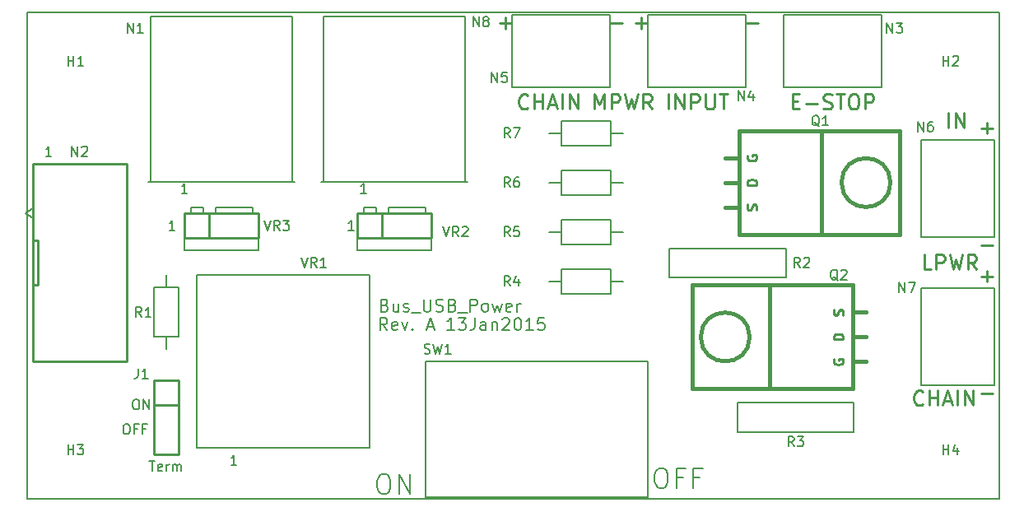
<source format=gto>
%FSLAX36Y36*%
G04 Gerber Fmt 3.6, Leading zero omitted, Abs format (unit inch)*
G04 Created by KiCad (PCBNEW (2014-jul-16 BZR unknown)-product) date Tue 13 Jan 2015 03:42:58 PM PST*
%MOIN*%
G01*
G04 APERTURE LIST*
%ADD10C,0.003937*%
%ADD11C,0.008000*%
%ADD12C,0.010000*%
%ADD13C,0.005906*%
%ADD14C,0.015000*%
%ADD15C,0.009850*%
%ADD16C,0.009900*%
%ADD17C,0.006000*%
G04 APERTURE END LIST*
D10*
D11*
X5261429Y-4818095D02*
X5238571Y-4818095D01*
X5250000Y-4818095D02*
X5250000Y-4778095D01*
X5246191Y-4783810D01*
X5242381Y-4787619D01*
X5238571Y-4789524D01*
X5311429Y-4668095D02*
X5288571Y-4668095D01*
X5300000Y-4668095D02*
X5300000Y-4628095D01*
X5296191Y-4633810D01*
X5292381Y-4637619D01*
X5288571Y-4639524D01*
X4586429Y-4668095D02*
X4563571Y-4668095D01*
X4575000Y-4668095D02*
X4575000Y-4628095D01*
X4571191Y-4633810D01*
X4567381Y-4637619D01*
X4563571Y-4639524D01*
X4536429Y-4818095D02*
X4513571Y-4818095D01*
X4525000Y-4818095D02*
X4525000Y-4778095D01*
X4521191Y-4783810D01*
X4517381Y-4787619D01*
X4513571Y-4789524D01*
X4786429Y-5768095D02*
X4763571Y-5768095D01*
X4775000Y-5768095D02*
X4775000Y-5728095D01*
X4771191Y-5733810D01*
X4767381Y-5737619D01*
X4763571Y-5739524D01*
X4036429Y-4518095D02*
X4013571Y-4518095D01*
X4025000Y-4518095D02*
X4025000Y-4478095D01*
X4021191Y-4483810D01*
X4017381Y-4487619D01*
X4013571Y-4489524D01*
X4336905Y-5603095D02*
X4344524Y-5603095D01*
X4348333Y-5605000D01*
X4352143Y-5608810D01*
X4354048Y-5616429D01*
X4354048Y-5629762D01*
X4352143Y-5637381D01*
X4348333Y-5641190D01*
X4344524Y-5643095D01*
X4336905Y-5643095D01*
X4333095Y-5641190D01*
X4329286Y-5637381D01*
X4327381Y-5629762D01*
X4327381Y-5616429D01*
X4329286Y-5608810D01*
X4333095Y-5605000D01*
X4336905Y-5603095D01*
X4384524Y-5622143D02*
X4371191Y-5622143D01*
X4371191Y-5643095D02*
X4371191Y-5603095D01*
X4390238Y-5603095D01*
X4418810Y-5622143D02*
X4405476Y-5622143D01*
X4405476Y-5643095D02*
X4405476Y-5603095D01*
X4424524Y-5603095D01*
D12*
X7847857Y-5479286D02*
X7802143Y-5479286D01*
X7847857Y-5004286D02*
X7802143Y-5004286D01*
X7825000Y-5027143D02*
X7825000Y-4981429D01*
X7847857Y-4404286D02*
X7802143Y-4404286D01*
X7825000Y-4427143D02*
X7825000Y-4381429D01*
X7565714Y-5521429D02*
X7562857Y-5524286D01*
X7554286Y-5527143D01*
X7548571Y-5527143D01*
X7540000Y-5524286D01*
X7534286Y-5518571D01*
X7531429Y-5512857D01*
X7528571Y-5501429D01*
X7528571Y-5492857D01*
X7531429Y-5481429D01*
X7534286Y-5475714D01*
X7540000Y-5470000D01*
X7548571Y-5467143D01*
X7554286Y-5467143D01*
X7562857Y-5470000D01*
X7565714Y-5472857D01*
X7591429Y-5527143D02*
X7591429Y-5467143D01*
X7591429Y-5495714D02*
X7625714Y-5495714D01*
X7625714Y-5527143D02*
X7625714Y-5467143D01*
X7651429Y-5510000D02*
X7680000Y-5510000D01*
X7645714Y-5527143D02*
X7665714Y-5467143D01*
X7685714Y-5527143D01*
X7705714Y-5527143D02*
X7705714Y-5467143D01*
X7734286Y-5527143D02*
X7734286Y-5467143D01*
X7768571Y-5527143D01*
X7768571Y-5467143D01*
X7668571Y-4402143D02*
X7668571Y-4342143D01*
X7697143Y-4402143D02*
X7697143Y-4342143D01*
X7731429Y-4402143D01*
X7731429Y-4342143D01*
X5965714Y-4321429D02*
X5962857Y-4324286D01*
X5954286Y-4327143D01*
X5948571Y-4327143D01*
X5940000Y-4324286D01*
X5934286Y-4318571D01*
X5931429Y-4312857D01*
X5928571Y-4301429D01*
X5928571Y-4292857D01*
X5931429Y-4281429D01*
X5934286Y-4275714D01*
X5940000Y-4270000D01*
X5948571Y-4267143D01*
X5954286Y-4267143D01*
X5962857Y-4270000D01*
X5965714Y-4272857D01*
X5991429Y-4327143D02*
X5991429Y-4267143D01*
X5991429Y-4295714D02*
X6025714Y-4295714D01*
X6025714Y-4327143D02*
X6025714Y-4267143D01*
X6051429Y-4310000D02*
X6080000Y-4310000D01*
X6045714Y-4327143D02*
X6065714Y-4267143D01*
X6085714Y-4327143D01*
X6105714Y-4327143D02*
X6105714Y-4267143D01*
X6134286Y-4327143D02*
X6134286Y-4267143D01*
X6168571Y-4327143D01*
X6168571Y-4267143D01*
X6534286Y-4327143D02*
X6534286Y-4267143D01*
X6562857Y-4327143D02*
X6562857Y-4267143D01*
X6597143Y-4327143D01*
X6597143Y-4267143D01*
X6625714Y-4327143D02*
X6625714Y-4267143D01*
X6648571Y-4267143D01*
X6654286Y-4270000D01*
X6657143Y-4272857D01*
X6660000Y-4278571D01*
X6660000Y-4287143D01*
X6657143Y-4292857D01*
X6654286Y-4295714D01*
X6648571Y-4298571D01*
X6625714Y-4298571D01*
X6685714Y-4267143D02*
X6685714Y-4315714D01*
X6688571Y-4321429D01*
X6691429Y-4324286D01*
X6697143Y-4327143D01*
X6708571Y-4327143D01*
X6714286Y-4324286D01*
X6717143Y-4321429D01*
X6720000Y-4315714D01*
X6720000Y-4267143D01*
X6740000Y-4267143D02*
X6774286Y-4267143D01*
X6757143Y-4327143D02*
X6757143Y-4267143D01*
D11*
X3937008Y-5905512D02*
X3937008Y-3937008D01*
X7874016Y-5905512D02*
X3937008Y-5905512D01*
X7874016Y-3937008D02*
X7874016Y-5905512D01*
X3937008Y-3937008D02*
X7874016Y-3937008D01*
X4432381Y-5753095D02*
X4455238Y-5753095D01*
X4443810Y-5793095D02*
X4443810Y-5753095D01*
X4483810Y-5791190D02*
X4480000Y-5793095D01*
X4472381Y-5793095D01*
X4468571Y-5791190D01*
X4466667Y-5787381D01*
X4466667Y-5772143D01*
X4468571Y-5768333D01*
X4472381Y-5766429D01*
X4480000Y-5766429D01*
X4483810Y-5768333D01*
X4485714Y-5772143D01*
X4485714Y-5775952D01*
X4466667Y-5779762D01*
X4502857Y-5793095D02*
X4502857Y-5766429D01*
X4502857Y-5774048D02*
X4504762Y-5770238D01*
X4506667Y-5768333D01*
X4510476Y-5766429D01*
X4514286Y-5766429D01*
X4527619Y-5793095D02*
X4527619Y-5766429D01*
X4527619Y-5770238D02*
X4529524Y-5768333D01*
X4533333Y-5766429D01*
X4539048Y-5766429D01*
X4542857Y-5768333D01*
X4544762Y-5772143D01*
X4544762Y-5793095D01*
X4544762Y-5772143D02*
X4546667Y-5768333D01*
X4550476Y-5766429D01*
X4556190Y-5766429D01*
X4560000Y-5768333D01*
X4561905Y-5772143D01*
X4561905Y-5793095D01*
X4375238Y-5503095D02*
X4382857Y-5503095D01*
X4386667Y-5505000D01*
X4390476Y-5508810D01*
X4392381Y-5516429D01*
X4392381Y-5529762D01*
X4390476Y-5537381D01*
X4386667Y-5541190D01*
X4382857Y-5543095D01*
X4375238Y-5543095D01*
X4371429Y-5541190D01*
X4367619Y-5537381D01*
X4365714Y-5529762D01*
X4365714Y-5516429D01*
X4367619Y-5508810D01*
X4371429Y-5505000D01*
X4375238Y-5503095D01*
X4409524Y-5543095D02*
X4409524Y-5503095D01*
X4432381Y-5543095D01*
X4432381Y-5503095D01*
D12*
X6235714Y-4327143D02*
X6235714Y-4267143D01*
X6255714Y-4310000D01*
X6275714Y-4267143D01*
X6275714Y-4327143D01*
X6304286Y-4327143D02*
X6304286Y-4267143D01*
X6327143Y-4267143D01*
X6332857Y-4270000D01*
X6335714Y-4272857D01*
X6338571Y-4278571D01*
X6338571Y-4287143D01*
X6335714Y-4292857D01*
X6332857Y-4295714D01*
X6327143Y-4298571D01*
X6304286Y-4298571D01*
X6358571Y-4267143D02*
X6372857Y-4327143D01*
X6384286Y-4284286D01*
X6395714Y-4327143D01*
X6410000Y-4267143D01*
X6467143Y-4327143D02*
X6447143Y-4298571D01*
X6432857Y-4327143D02*
X6432857Y-4267143D01*
X6455714Y-4267143D01*
X6461429Y-4270000D01*
X6464286Y-4272857D01*
X6467143Y-4278571D01*
X6467143Y-4287143D01*
X6464286Y-4292857D01*
X6461429Y-4295714D01*
X6455714Y-4298571D01*
X6432857Y-4298571D01*
X7599286Y-4977143D02*
X7570714Y-4977143D01*
X7570714Y-4917143D01*
X7619286Y-4977143D02*
X7619286Y-4917143D01*
X7642143Y-4917143D01*
X7647857Y-4920000D01*
X7650714Y-4922857D01*
X7653571Y-4928571D01*
X7653571Y-4937143D01*
X7650714Y-4942857D01*
X7647857Y-4945714D01*
X7642143Y-4948571D01*
X7619286Y-4948571D01*
X7673571Y-4917143D02*
X7687857Y-4977143D01*
X7699286Y-4934286D01*
X7710714Y-4977143D01*
X7725000Y-4917143D01*
X7782143Y-4977143D02*
X7762143Y-4948571D01*
X7747857Y-4977143D02*
X7747857Y-4917143D01*
X7770714Y-4917143D01*
X7776429Y-4920000D01*
X7779286Y-4922857D01*
X7782143Y-4928571D01*
X7782143Y-4937143D01*
X7779286Y-4942857D01*
X7776429Y-4945714D01*
X7770714Y-4948571D01*
X7747857Y-4948571D01*
X7037143Y-4295714D02*
X7057143Y-4295714D01*
X7065714Y-4327143D02*
X7037143Y-4327143D01*
X7037143Y-4267143D01*
X7065714Y-4267143D01*
X7091429Y-4304286D02*
X7137143Y-4304286D01*
X7162857Y-4324286D02*
X7171429Y-4327143D01*
X7185714Y-4327143D01*
X7191429Y-4324286D01*
X7194286Y-4321429D01*
X7197143Y-4315714D01*
X7197143Y-4310000D01*
X7194286Y-4304286D01*
X7191429Y-4301429D01*
X7185714Y-4298571D01*
X7174286Y-4295714D01*
X7168571Y-4292857D01*
X7165714Y-4290000D01*
X7162857Y-4284286D01*
X7162857Y-4278571D01*
X7165714Y-4272857D01*
X7168571Y-4270000D01*
X7174286Y-4267143D01*
X7188571Y-4267143D01*
X7197143Y-4270000D01*
X7214286Y-4267143D02*
X7248571Y-4267143D01*
X7231429Y-4327143D02*
X7231429Y-4267143D01*
X7280000Y-4267143D02*
X7291429Y-4267143D01*
X7297143Y-4270000D01*
X7302857Y-4275714D01*
X7305714Y-4287143D01*
X7305714Y-4307143D01*
X7302857Y-4318571D01*
X7297143Y-4324286D01*
X7291429Y-4327143D01*
X7280000Y-4327143D01*
X7274286Y-4324286D01*
X7268571Y-4318571D01*
X7265714Y-4307143D01*
X7265714Y-4287143D01*
X7268571Y-4275714D01*
X7274286Y-4270000D01*
X7280000Y-4267143D01*
X7331429Y-4327143D02*
X7331429Y-4267143D01*
X7354286Y-4267143D01*
X7360000Y-4270000D01*
X7362857Y-4272857D01*
X7365714Y-4278571D01*
X7365714Y-4287143D01*
X7362857Y-4292857D01*
X7360000Y-4295714D01*
X7354286Y-4298571D01*
X7331429Y-4298571D01*
X6347857Y-3979286D02*
X6302143Y-3979286D01*
X6897857Y-3979286D02*
X6852143Y-3979286D01*
X5897857Y-3979286D02*
X5852143Y-3979286D01*
X5875000Y-4002143D02*
X5875000Y-3956429D01*
X6447857Y-3979286D02*
X6402143Y-3979286D01*
X6425000Y-4002143D02*
X6425000Y-3956429D01*
X7847857Y-4879286D02*
X7802143Y-4879286D01*
D11*
X5396429Y-5222619D02*
X5379762Y-5198810D01*
X5367857Y-5222619D02*
X5367857Y-5172619D01*
X5386905Y-5172619D01*
X5391667Y-5175000D01*
X5394048Y-5177381D01*
X5396429Y-5182143D01*
X5396429Y-5189286D01*
X5394048Y-5194048D01*
X5391667Y-5196429D01*
X5386905Y-5198810D01*
X5367857Y-5198810D01*
X5436905Y-5220238D02*
X5432143Y-5222619D01*
X5422619Y-5222619D01*
X5417857Y-5220238D01*
X5415476Y-5215476D01*
X5415476Y-5196429D01*
X5417857Y-5191667D01*
X5422619Y-5189286D01*
X5432143Y-5189286D01*
X5436905Y-5191667D01*
X5439286Y-5196429D01*
X5439286Y-5201190D01*
X5415476Y-5205952D01*
X5455952Y-5189286D02*
X5467857Y-5222619D01*
X5479762Y-5189286D01*
X5498809Y-5217857D02*
X5501190Y-5220238D01*
X5498809Y-5222619D01*
X5496429Y-5220238D01*
X5498809Y-5217857D01*
X5498809Y-5222619D01*
X5558333Y-5208333D02*
X5582143Y-5208333D01*
X5553571Y-5222619D02*
X5570238Y-5172619D01*
X5586905Y-5222619D01*
X5667857Y-5222619D02*
X5639286Y-5222619D01*
X5653571Y-5222619D02*
X5653571Y-5172619D01*
X5648809Y-5179762D01*
X5644048Y-5184524D01*
X5639286Y-5186905D01*
X5684524Y-5172619D02*
X5715476Y-5172619D01*
X5698809Y-5191667D01*
X5705952Y-5191667D01*
X5710714Y-5194048D01*
X5713095Y-5196429D01*
X5715476Y-5201190D01*
X5715476Y-5213095D01*
X5713095Y-5217857D01*
X5710714Y-5220238D01*
X5705952Y-5222619D01*
X5691667Y-5222619D01*
X5686905Y-5220238D01*
X5684524Y-5217857D01*
X5751190Y-5172619D02*
X5751190Y-5208333D01*
X5748809Y-5215476D01*
X5744048Y-5220238D01*
X5736905Y-5222619D01*
X5732143Y-5222619D01*
X5796429Y-5222619D02*
X5796429Y-5196429D01*
X5794048Y-5191667D01*
X5789286Y-5189286D01*
X5779762Y-5189286D01*
X5775000Y-5191667D01*
X5796429Y-5220238D02*
X5791667Y-5222619D01*
X5779762Y-5222619D01*
X5775000Y-5220238D01*
X5772619Y-5215476D01*
X5772619Y-5210714D01*
X5775000Y-5205952D01*
X5779762Y-5203571D01*
X5791667Y-5203571D01*
X5796429Y-5201190D01*
X5820238Y-5189286D02*
X5820238Y-5222619D01*
X5820238Y-5194048D02*
X5822619Y-5191667D01*
X5827381Y-5189286D01*
X5834524Y-5189286D01*
X5839286Y-5191667D01*
X5841667Y-5196429D01*
X5841667Y-5222619D01*
X5863095Y-5177381D02*
X5865476Y-5175000D01*
X5870238Y-5172619D01*
X5882143Y-5172619D01*
X5886905Y-5175000D01*
X5889286Y-5177381D01*
X5891667Y-5182143D01*
X5891667Y-5186905D01*
X5889286Y-5194048D01*
X5860714Y-5222619D01*
X5891667Y-5222619D01*
X5922619Y-5172619D02*
X5927381Y-5172619D01*
X5932143Y-5175000D01*
X5934524Y-5177381D01*
X5936905Y-5182143D01*
X5939286Y-5191667D01*
X5939286Y-5203571D01*
X5936905Y-5213095D01*
X5934524Y-5217857D01*
X5932143Y-5220238D01*
X5927381Y-5222619D01*
X5922619Y-5222619D01*
X5917857Y-5220238D01*
X5915476Y-5217857D01*
X5913095Y-5213095D01*
X5910714Y-5203571D01*
X5910714Y-5191667D01*
X5913095Y-5182143D01*
X5915476Y-5177381D01*
X5917857Y-5175000D01*
X5922619Y-5172619D01*
X5986905Y-5222619D02*
X5958333Y-5222619D01*
X5972619Y-5222619D02*
X5972619Y-5172619D01*
X5967857Y-5179762D01*
X5963095Y-5184524D01*
X5958333Y-5186905D01*
X6032143Y-5172619D02*
X6008333Y-5172619D01*
X6005952Y-5196429D01*
X6008333Y-5194048D01*
X6013095Y-5191667D01*
X6025000Y-5191667D01*
X6029762Y-5194048D01*
X6032143Y-5196429D01*
X6034524Y-5201190D01*
X6034524Y-5213095D01*
X6032143Y-5217857D01*
X6029762Y-5220238D01*
X6025000Y-5222619D01*
X6013095Y-5222619D01*
X6008333Y-5220238D01*
X6005952Y-5217857D01*
X6498810Y-5781190D02*
X6514048Y-5781190D01*
X6521667Y-5785000D01*
X6529286Y-5792619D01*
X6533095Y-5807857D01*
X6533095Y-5834524D01*
X6529286Y-5849762D01*
X6521667Y-5857381D01*
X6514048Y-5861190D01*
X6498810Y-5861190D01*
X6491190Y-5857381D01*
X6483571Y-5849762D01*
X6479762Y-5834524D01*
X6479762Y-5807857D01*
X6483571Y-5792619D01*
X6491190Y-5785000D01*
X6498810Y-5781190D01*
X6594048Y-5819286D02*
X6567381Y-5819286D01*
X6567381Y-5861190D02*
X6567381Y-5781190D01*
X6605476Y-5781190D01*
X6662619Y-5819286D02*
X6635952Y-5819286D01*
X6635952Y-5861190D02*
X6635952Y-5781190D01*
X6674048Y-5781190D01*
X5375476Y-5806190D02*
X5390714Y-5806190D01*
X5398333Y-5810000D01*
X5405952Y-5817619D01*
X5409762Y-5832857D01*
X5409762Y-5859524D01*
X5405952Y-5874762D01*
X5398333Y-5882381D01*
X5390714Y-5886190D01*
X5375476Y-5886190D01*
X5367857Y-5882381D01*
X5360238Y-5874762D01*
X5356429Y-5859524D01*
X5356429Y-5832857D01*
X5360238Y-5817619D01*
X5367857Y-5810000D01*
X5375476Y-5806190D01*
X5444048Y-5886190D02*
X5444048Y-5806190D01*
X5489762Y-5886190D01*
X5489762Y-5806190D01*
X5386905Y-5121429D02*
X5394048Y-5123810D01*
X5396429Y-5126190D01*
X5398810Y-5130952D01*
X5398810Y-5138095D01*
X5396429Y-5142857D01*
X5394048Y-5145238D01*
X5389286Y-5147619D01*
X5370238Y-5147619D01*
X5370238Y-5097619D01*
X5386905Y-5097619D01*
X5391667Y-5100000D01*
X5394048Y-5102381D01*
X5396429Y-5107143D01*
X5396429Y-5111905D01*
X5394048Y-5116667D01*
X5391667Y-5119048D01*
X5386905Y-5121429D01*
X5370238Y-5121429D01*
X5441667Y-5114286D02*
X5441667Y-5147619D01*
X5420238Y-5114286D02*
X5420238Y-5140476D01*
X5422619Y-5145238D01*
X5427381Y-5147619D01*
X5434524Y-5147619D01*
X5439286Y-5145238D01*
X5441667Y-5142857D01*
X5463095Y-5145238D02*
X5467857Y-5147619D01*
X5477381Y-5147619D01*
X5482143Y-5145238D01*
X5484524Y-5140476D01*
X5484524Y-5138095D01*
X5482143Y-5133333D01*
X5477381Y-5130952D01*
X5470238Y-5130952D01*
X5465476Y-5128571D01*
X5463095Y-5123810D01*
X5463095Y-5121429D01*
X5465476Y-5116667D01*
X5470238Y-5114286D01*
X5477381Y-5114286D01*
X5482143Y-5116667D01*
X5494048Y-5152381D02*
X5532143Y-5152381D01*
X5544048Y-5097619D02*
X5544048Y-5138095D01*
X5546429Y-5142857D01*
X5548810Y-5145238D01*
X5553571Y-5147619D01*
X5563095Y-5147619D01*
X5567857Y-5145238D01*
X5570238Y-5142857D01*
X5572619Y-5138095D01*
X5572619Y-5097619D01*
X5594048Y-5145238D02*
X5601190Y-5147619D01*
X5613095Y-5147619D01*
X5617857Y-5145238D01*
X5620238Y-5142857D01*
X5622619Y-5138095D01*
X5622619Y-5133333D01*
X5620238Y-5128571D01*
X5617857Y-5126190D01*
X5613095Y-5123810D01*
X5603571Y-5121429D01*
X5598810Y-5119048D01*
X5596429Y-5116667D01*
X5594048Y-5111905D01*
X5594048Y-5107143D01*
X5596429Y-5102381D01*
X5598810Y-5100000D01*
X5603571Y-5097619D01*
X5615476Y-5097619D01*
X5622619Y-5100000D01*
X5660714Y-5121429D02*
X5667857Y-5123810D01*
X5670238Y-5126190D01*
X5672619Y-5130952D01*
X5672619Y-5138095D01*
X5670238Y-5142857D01*
X5667857Y-5145238D01*
X5663095Y-5147619D01*
X5644048Y-5147619D01*
X5644048Y-5097619D01*
X5660714Y-5097619D01*
X5665476Y-5100000D01*
X5667857Y-5102381D01*
X5670238Y-5107143D01*
X5670238Y-5111905D01*
X5667857Y-5116667D01*
X5665476Y-5119048D01*
X5660714Y-5121429D01*
X5644048Y-5121429D01*
X5682143Y-5152381D02*
X5720238Y-5152381D01*
X5732143Y-5147619D02*
X5732143Y-5097619D01*
X5751190Y-5097619D01*
X5755952Y-5100000D01*
X5758333Y-5102381D01*
X5760714Y-5107143D01*
X5760714Y-5114286D01*
X5758333Y-5119048D01*
X5755952Y-5121429D01*
X5751190Y-5123810D01*
X5732143Y-5123810D01*
X5789286Y-5147619D02*
X5784524Y-5145238D01*
X5782143Y-5142857D01*
X5779762Y-5138095D01*
X5779762Y-5123810D01*
X5782143Y-5119048D01*
X5784524Y-5116667D01*
X5789286Y-5114286D01*
X5796429Y-5114286D01*
X5801190Y-5116667D01*
X5803571Y-5119048D01*
X5805952Y-5123810D01*
X5805952Y-5138095D01*
X5803571Y-5142857D01*
X5801190Y-5145238D01*
X5796429Y-5147619D01*
X5789286Y-5147619D01*
X5822619Y-5114286D02*
X5832143Y-5147619D01*
X5841667Y-5123810D01*
X5851191Y-5147619D01*
X5860714Y-5114286D01*
X5898810Y-5145238D02*
X5894048Y-5147619D01*
X5884524Y-5147619D01*
X5879762Y-5145238D01*
X5877381Y-5140476D01*
X5877381Y-5121429D01*
X5879762Y-5116667D01*
X5884524Y-5114286D01*
X5894048Y-5114286D01*
X5898810Y-5116667D01*
X5901191Y-5121429D01*
X5901191Y-5126190D01*
X5877381Y-5130952D01*
X5922619Y-5147619D02*
X5922619Y-5114286D01*
X5922619Y-5123810D02*
X5925000Y-5119048D01*
X5927381Y-5116667D01*
X5932143Y-5114286D01*
X5936905Y-5114286D01*
D12*
X4450000Y-5525000D02*
X4450000Y-5725000D01*
X4450000Y-5725000D02*
X4550000Y-5725000D01*
X4550000Y-5725000D02*
X4550000Y-5525000D01*
X4550000Y-5425000D02*
X4550000Y-5525000D01*
X4550000Y-5525000D02*
X4450000Y-5525000D01*
X4550000Y-5425000D02*
X4450000Y-5425000D01*
X4450000Y-5425000D02*
X4450000Y-5525000D01*
D13*
X3930000Y-4750000D02*
X3960000Y-4730000D01*
X3930000Y-4750000D02*
X3960000Y-4770000D01*
D12*
X3960000Y-5040000D02*
X3980000Y-5040000D01*
X3980000Y-5040000D02*
X3980000Y-4860000D01*
X3980000Y-4860000D02*
X3960000Y-4860000D01*
X4340000Y-4550000D02*
X4340000Y-5350000D01*
X4340000Y-5350000D02*
X3960000Y-5350000D01*
X3960000Y-5350000D02*
X3960000Y-4550000D01*
X3960000Y-4550000D02*
X4340000Y-4550000D01*
D11*
X7396850Y-4240354D02*
X7396850Y-3945079D01*
X7396850Y-3945079D02*
X7003150Y-3945079D01*
X7003150Y-3945079D02*
X7003150Y-4240354D01*
X7003150Y-4240354D02*
X7396850Y-4240354D01*
X6846850Y-4240354D02*
X6846850Y-3945079D01*
X6846850Y-3945079D02*
X6453150Y-3945079D01*
X6453150Y-3945079D02*
X6453150Y-4240354D01*
X6453150Y-4240354D02*
X6846850Y-4240354D01*
X6296850Y-4240354D02*
X6296850Y-3945079D01*
X6296850Y-3945079D02*
X5903150Y-3945079D01*
X5903150Y-3945079D02*
X5903150Y-4240354D01*
X5903150Y-4240354D02*
X6296850Y-4240354D01*
X7559646Y-4846850D02*
X7854921Y-4846850D01*
X7854921Y-4846850D02*
X7854921Y-4453150D01*
X7854921Y-4453150D02*
X7559646Y-4453150D01*
X7559646Y-4453150D02*
X7559646Y-4846850D01*
X7559646Y-5446850D02*
X7854921Y-5446850D01*
X7854921Y-5446850D02*
X7854921Y-5053150D01*
X7854921Y-5053150D02*
X7559646Y-5053150D01*
X7559646Y-5053150D02*
X7559646Y-5446850D01*
D14*
X6820000Y-4525000D02*
X6765000Y-4525000D01*
X6820000Y-4625000D02*
X6765000Y-4625000D01*
X6820000Y-4725000D02*
X6765000Y-4725000D01*
X7433995Y-4625000D02*
G75*
G03X7433995Y-4625000I-98995J0D01*
G74*
G01*
X7155000Y-4835000D02*
X7470000Y-4835000D01*
X7470000Y-4835000D02*
X7470000Y-4415000D01*
X7470000Y-4415000D02*
X7155000Y-4415000D01*
X6820000Y-4835000D02*
X7155000Y-4835000D01*
X7155000Y-4835000D02*
X7155000Y-4415000D01*
X7155000Y-4415000D02*
X6820000Y-4415000D01*
X6820000Y-4625000D02*
X6820000Y-4415000D01*
X6820000Y-4625000D02*
X6820000Y-4835000D01*
X7280000Y-5350000D02*
X7335000Y-5350000D01*
X7280000Y-5250000D02*
X7335000Y-5250000D01*
X7280000Y-5150000D02*
X7335000Y-5150000D01*
X6863995Y-5250000D02*
G75*
G03X6863995Y-5250000I-98995J0D01*
G74*
G01*
X6945000Y-5040000D02*
X6630000Y-5040000D01*
X6630000Y-5040000D02*
X6630000Y-5460000D01*
X6630000Y-5460000D02*
X6945000Y-5460000D01*
X7280000Y-5040000D02*
X6945000Y-5040000D01*
X6945000Y-5040000D02*
X6945000Y-5460000D01*
X6945000Y-5460000D02*
X7280000Y-5460000D01*
X7280000Y-5250000D02*
X7280000Y-5460000D01*
X7280000Y-5250000D02*
X7280000Y-5040000D01*
D13*
X4500000Y-5050000D02*
X4500000Y-5000000D01*
X4500000Y-5250000D02*
X4500000Y-5300000D01*
X4450000Y-5250000D02*
X4550000Y-5250000D01*
X4550000Y-5250000D02*
X4550000Y-5050000D01*
X4550000Y-5050000D02*
X4450000Y-5050000D01*
X4450000Y-5050000D02*
X4450000Y-5250000D01*
D11*
X7011000Y-4891000D02*
X6539000Y-4891000D01*
X6539000Y-4891000D02*
X6539000Y-5009000D01*
X6539000Y-5009000D02*
X7011000Y-5009000D01*
X7011000Y-5009000D02*
X7011000Y-4891000D01*
X7286000Y-5516000D02*
X6814000Y-5516000D01*
X6814000Y-5516000D02*
X6814000Y-5634000D01*
X6814000Y-5634000D02*
X7286000Y-5634000D01*
X7286000Y-5634000D02*
X7286000Y-5516000D01*
X5550000Y-5350000D02*
X5550000Y-5900000D01*
X5550000Y-5900000D02*
X6450000Y-5900000D01*
X6450000Y-5900000D02*
X6450000Y-5350000D01*
X6450000Y-5350000D02*
X5550000Y-5350000D01*
D13*
X5139567Y-3952559D02*
X5710433Y-3952559D01*
X5710433Y-3952559D02*
X5710433Y-4621850D01*
X5720276Y-4621850D02*
X5129724Y-4621850D01*
X5139567Y-3952559D02*
X5139567Y-4621850D01*
X6300000Y-5025000D02*
X6350000Y-5025000D01*
X6100000Y-5025000D02*
X6050000Y-5025000D01*
X6100000Y-4975000D02*
X6100000Y-5075000D01*
X6100000Y-5075000D02*
X6300000Y-5075000D01*
X6300000Y-5075000D02*
X6300000Y-4975000D01*
X6300000Y-4975000D02*
X6100000Y-4975000D01*
X6300000Y-4825000D02*
X6350000Y-4825000D01*
X6100000Y-4825000D02*
X6050000Y-4825000D01*
X6100000Y-4775000D02*
X6100000Y-4875000D01*
X6100000Y-4875000D02*
X6300000Y-4875000D01*
X6300000Y-4875000D02*
X6300000Y-4775000D01*
X6300000Y-4775000D02*
X6100000Y-4775000D01*
X6300000Y-4625000D02*
X6350000Y-4625000D01*
X6100000Y-4625000D02*
X6050000Y-4625000D01*
X6100000Y-4575000D02*
X6100000Y-4675000D01*
X6100000Y-4675000D02*
X6300000Y-4675000D01*
X6300000Y-4675000D02*
X6300000Y-4575000D01*
X6300000Y-4575000D02*
X6100000Y-4575000D01*
X6300000Y-4425000D02*
X6350000Y-4425000D01*
X6100000Y-4425000D02*
X6050000Y-4425000D01*
X6100000Y-4375000D02*
X6100000Y-4475000D01*
X6100000Y-4475000D02*
X6300000Y-4475000D01*
X6300000Y-4475000D02*
X6300000Y-4375000D01*
X6300000Y-4375000D02*
X6100000Y-4375000D01*
X4625000Y-5000000D02*
X5325000Y-5000000D01*
X5325000Y-5000000D02*
X5325000Y-5700000D01*
X5325000Y-5700000D02*
X4625000Y-5700000D01*
X4625000Y-5700000D02*
X4625000Y-5000000D01*
X5275000Y-4850000D02*
X5275000Y-4900000D01*
X5275000Y-4900000D02*
X5575000Y-4900000D01*
X5575000Y-4900000D02*
X5575000Y-4850000D01*
X5400000Y-4750000D02*
X5400000Y-4725000D01*
X5400000Y-4725000D02*
X5550000Y-4725000D01*
X5550000Y-4725000D02*
X5550000Y-4750000D01*
X5300000Y-4750000D02*
X5300000Y-4725000D01*
X5300000Y-4725000D02*
X5350000Y-4725000D01*
X5350000Y-4725000D02*
X5350000Y-4750000D01*
D12*
X5375000Y-4850000D02*
X5575000Y-4850000D01*
X5575000Y-4850000D02*
X5575000Y-4750000D01*
X5575000Y-4750000D02*
X5375000Y-4750000D01*
X5275000Y-4750000D02*
X5375000Y-4750000D01*
X5375000Y-4750000D02*
X5375000Y-4850000D01*
X5275000Y-4750000D02*
X5275000Y-4850000D01*
X5275000Y-4850000D02*
X5375000Y-4850000D01*
D13*
X4575000Y-4850000D02*
X4575000Y-4900000D01*
X4575000Y-4900000D02*
X4875000Y-4900000D01*
X4875000Y-4900000D02*
X4875000Y-4850000D01*
X4700000Y-4750000D02*
X4700000Y-4725000D01*
X4700000Y-4725000D02*
X4850000Y-4725000D01*
X4850000Y-4725000D02*
X4850000Y-4750000D01*
X4600000Y-4750000D02*
X4600000Y-4725000D01*
X4600000Y-4725000D02*
X4650000Y-4725000D01*
X4650000Y-4725000D02*
X4650000Y-4750000D01*
D12*
X4675000Y-4850000D02*
X4875000Y-4850000D01*
X4875000Y-4850000D02*
X4875000Y-4750000D01*
X4875000Y-4750000D02*
X4675000Y-4750000D01*
X4575000Y-4750000D02*
X4675000Y-4750000D01*
X4675000Y-4750000D02*
X4675000Y-4850000D01*
X4575000Y-4750000D02*
X4575000Y-4850000D01*
X4575000Y-4850000D02*
X4675000Y-4850000D01*
D13*
X4439567Y-3952559D02*
X5010433Y-3952559D01*
X5010433Y-3952559D02*
X5010433Y-4621850D01*
X5020276Y-4621850D02*
X4429724Y-4621850D01*
X4439567Y-3952559D02*
X4439567Y-4621850D01*
D11*
X4103382Y-4151954D02*
X4103382Y-4111954D01*
X4103382Y-4131001D02*
X4126239Y-4131001D01*
X4126239Y-4151954D02*
X4126239Y-4111954D01*
X4166239Y-4151954D02*
X4143382Y-4151954D01*
X4154811Y-4151954D02*
X4154811Y-4111954D01*
X4151001Y-4117668D01*
X4147192Y-4121477D01*
X4143382Y-4123382D01*
X7646689Y-4151954D02*
X7646689Y-4111954D01*
X7646689Y-4131001D02*
X7669546Y-4131001D01*
X7669546Y-4151954D02*
X7669546Y-4111954D01*
X7686689Y-4115763D02*
X7688594Y-4113858D01*
X7692403Y-4111954D01*
X7701927Y-4111954D01*
X7705737Y-4113858D01*
X7707642Y-4115763D01*
X7709546Y-4119573D01*
X7709546Y-4123382D01*
X7707642Y-4129096D01*
X7684784Y-4151954D01*
X7709546Y-4151954D01*
X4103382Y-5726757D02*
X4103382Y-5686757D01*
X4103382Y-5705804D02*
X4126239Y-5705804D01*
X4126239Y-5726757D02*
X4126239Y-5686757D01*
X4141477Y-5686757D02*
X4166239Y-5686757D01*
X4152906Y-5701995D01*
X4158620Y-5701995D01*
X4162430Y-5703900D01*
X4164334Y-5705804D01*
X4166239Y-5709614D01*
X4166239Y-5719138D01*
X4164334Y-5722947D01*
X4162430Y-5724852D01*
X4158620Y-5726757D01*
X4147192Y-5726757D01*
X4143382Y-5724852D01*
X4141477Y-5722947D01*
X7646689Y-5726757D02*
X7646689Y-5686757D01*
X7646689Y-5705804D02*
X7669546Y-5705804D01*
X7669546Y-5726757D02*
X7669546Y-5686757D01*
X7705737Y-5700090D02*
X7705737Y-5726757D01*
X7696213Y-5684852D02*
X7686689Y-5713423D01*
X7711451Y-5713423D01*
X4386667Y-5378095D02*
X4386667Y-5406667D01*
X4384762Y-5412381D01*
X4380952Y-5416190D01*
X4375238Y-5418095D01*
X4371429Y-5418095D01*
X4426667Y-5418095D02*
X4403810Y-5418095D01*
X4415238Y-5418095D02*
X4415238Y-5378095D01*
X4411429Y-5383810D01*
X4407619Y-5387619D01*
X4403810Y-5389524D01*
X4119524Y-4518095D02*
X4119524Y-4478095D01*
X4142381Y-4518095D01*
X4142381Y-4478095D01*
X4159524Y-4481905D02*
X4161429Y-4480000D01*
X4165238Y-4478095D01*
X4174762Y-4478095D01*
X4178571Y-4480000D01*
X4180476Y-4481905D01*
X4182381Y-4485714D01*
X4182381Y-4489524D01*
X4180476Y-4495238D01*
X4157619Y-4518095D01*
X4182381Y-4518095D01*
X7419524Y-4018095D02*
X7419524Y-3978095D01*
X7442381Y-4018095D01*
X7442381Y-3978095D01*
X7457619Y-3978095D02*
X7482381Y-3978095D01*
X7469048Y-3993333D01*
X7474762Y-3993333D01*
X7478571Y-3995238D01*
X7480476Y-3997143D01*
X7482381Y-4000952D01*
X7482381Y-4010476D01*
X7480476Y-4014286D01*
X7478571Y-4016190D01*
X7474762Y-4018095D01*
X7463333Y-4018095D01*
X7459524Y-4016190D01*
X7457619Y-4014286D01*
X6819524Y-4293095D02*
X6819524Y-4253095D01*
X6842381Y-4293095D01*
X6842381Y-4253095D01*
X6878571Y-4266429D02*
X6878571Y-4293095D01*
X6869048Y-4251190D02*
X6859524Y-4279762D01*
X6884286Y-4279762D01*
X5819524Y-4218095D02*
X5819524Y-4178095D01*
X5842381Y-4218095D01*
X5842381Y-4178095D01*
X5880476Y-4178095D02*
X5861429Y-4178095D01*
X5859524Y-4197143D01*
X5861429Y-4195238D01*
X5865238Y-4193333D01*
X5874762Y-4193333D01*
X5878571Y-4195238D01*
X5880476Y-4197143D01*
X5882381Y-4200952D01*
X5882381Y-4210476D01*
X5880476Y-4214286D01*
X5878571Y-4216190D01*
X5874762Y-4218095D01*
X5865238Y-4218095D01*
X5861429Y-4216190D01*
X5859524Y-4214286D01*
X7544524Y-4418095D02*
X7544524Y-4378095D01*
X7567381Y-4418095D01*
X7567381Y-4378095D01*
X7603571Y-4378095D02*
X7595952Y-4378095D01*
X7592143Y-4380000D01*
X7590238Y-4381905D01*
X7586429Y-4387619D01*
X7584524Y-4395238D01*
X7584524Y-4410476D01*
X7586429Y-4414286D01*
X7588333Y-4416190D01*
X7592143Y-4418095D01*
X7599762Y-4418095D01*
X7603571Y-4416190D01*
X7605476Y-4414286D01*
X7607381Y-4410476D01*
X7607381Y-4400952D01*
X7605476Y-4397143D01*
X7603571Y-4395238D01*
X7599762Y-4393333D01*
X7592143Y-4393333D01*
X7588333Y-4395238D01*
X7586429Y-4397143D01*
X7584524Y-4400952D01*
X7469524Y-5068095D02*
X7469524Y-5028095D01*
X7492381Y-5068095D01*
X7492381Y-5028095D01*
X7507619Y-5028095D02*
X7534286Y-5028095D01*
X7517143Y-5068095D01*
X7146190Y-4396905D02*
X7142381Y-4395000D01*
X7138571Y-4391190D01*
X7132857Y-4385476D01*
X7129048Y-4383571D01*
X7125238Y-4383571D01*
X7127143Y-4393095D02*
X7123333Y-4391190D01*
X7119524Y-4387381D01*
X7117619Y-4379762D01*
X7117619Y-4366429D01*
X7119524Y-4358810D01*
X7123333Y-4355000D01*
X7127143Y-4353095D01*
X7134762Y-4353095D01*
X7138571Y-4355000D01*
X7142381Y-4358810D01*
X7144286Y-4366429D01*
X7144286Y-4379762D01*
X7142381Y-4387381D01*
X7138571Y-4391190D01*
X7134762Y-4393095D01*
X7127143Y-4393095D01*
X7182381Y-4393095D02*
X7159524Y-4393095D01*
X7170952Y-4393095D02*
X7170952Y-4353095D01*
X7167143Y-4358810D01*
X7163333Y-4362619D01*
X7159524Y-4364524D01*
D15*
X6855300Y-4514681D02*
X6853424Y-4518433D01*
X6853424Y-4524062D01*
X6855300Y-4529690D01*
X6859052Y-4533443D01*
X6862805Y-4535319D01*
X6870310Y-4537195D01*
X6875938Y-4537195D01*
X6883443Y-4535319D01*
X6887195Y-4533443D01*
X6890948Y-4529690D01*
X6892824Y-4524062D01*
X6892824Y-4520310D01*
X6890948Y-4514681D01*
X6889071Y-4512805D01*
X6875938Y-4512805D01*
X6875938Y-4520310D01*
D16*
D15*
X6890948Y-4736257D02*
X6892824Y-4730629D01*
X6892824Y-4721248D01*
X6890948Y-4717495D01*
X6889071Y-4715619D01*
X6885319Y-4713743D01*
X6881567Y-4713743D01*
X6877814Y-4715619D01*
X6875938Y-4717495D01*
X6874062Y-4721248D01*
X6872186Y-4728752D01*
X6870310Y-4732505D01*
X6868433Y-4734381D01*
X6864681Y-4736257D01*
X6860929Y-4736257D01*
X6857176Y-4734381D01*
X6855300Y-4732505D01*
X6853424Y-4728752D01*
X6853424Y-4719371D01*
X6855300Y-4713743D01*
D16*
D15*
X6892824Y-4635319D02*
X6853424Y-4635319D01*
X6853424Y-4625938D01*
X6855300Y-4620310D01*
X6859052Y-4616557D01*
X6862805Y-4614681D01*
X6870310Y-4612805D01*
X6875938Y-4612805D01*
X6883443Y-4614681D01*
X6887195Y-4616557D01*
X6890948Y-4620310D01*
X6892824Y-4625938D01*
X6892824Y-4635319D01*
D16*
D11*
X7221190Y-5021905D02*
X7217381Y-5020000D01*
X7213571Y-5016190D01*
X7207857Y-5010476D01*
X7204048Y-5008571D01*
X7200238Y-5008571D01*
X7202143Y-5018095D02*
X7198333Y-5016190D01*
X7194524Y-5012381D01*
X7192619Y-5004762D01*
X7192619Y-4991429D01*
X7194524Y-4983810D01*
X7198333Y-4980000D01*
X7202143Y-4978095D01*
X7209762Y-4978095D01*
X7213571Y-4980000D01*
X7217381Y-4983810D01*
X7219286Y-4991429D01*
X7219286Y-5004762D01*
X7217381Y-5012381D01*
X7213571Y-5016190D01*
X7209762Y-5018095D01*
X7202143Y-5018095D01*
X7234524Y-4981905D02*
X7236429Y-4980000D01*
X7240238Y-4978095D01*
X7249762Y-4978095D01*
X7253571Y-4980000D01*
X7255476Y-4981905D01*
X7257381Y-4985714D01*
X7257381Y-4989524D01*
X7255476Y-4995238D01*
X7232619Y-5018095D01*
X7257381Y-5018095D01*
D15*
X7205300Y-5339681D02*
X7203424Y-5343433D01*
X7203424Y-5349062D01*
X7205300Y-5354690D01*
X7209052Y-5358443D01*
X7212805Y-5360319D01*
X7220310Y-5362195D01*
X7225938Y-5362195D01*
X7233443Y-5360319D01*
X7237195Y-5358443D01*
X7240948Y-5354690D01*
X7242824Y-5349062D01*
X7242824Y-5345310D01*
X7240948Y-5339681D01*
X7239071Y-5337805D01*
X7225938Y-5337805D01*
X7225938Y-5345310D01*
D16*
D15*
X7240948Y-5161257D02*
X7242824Y-5155629D01*
X7242824Y-5146248D01*
X7240948Y-5142495D01*
X7239071Y-5140619D01*
X7235319Y-5138743D01*
X7231567Y-5138743D01*
X7227814Y-5140619D01*
X7225938Y-5142495D01*
X7224062Y-5146248D01*
X7222186Y-5153752D01*
X7220310Y-5157505D01*
X7218433Y-5159381D01*
X7214681Y-5161257D01*
X7210929Y-5161257D01*
X7207176Y-5159381D01*
X7205300Y-5157505D01*
X7203424Y-5153752D01*
X7203424Y-5144371D01*
X7205300Y-5138743D01*
D16*
D15*
X7242824Y-5260319D02*
X7203424Y-5260319D01*
X7203424Y-5250938D01*
X7205300Y-5245310D01*
X7209052Y-5241557D01*
X7212805Y-5239681D01*
X7220310Y-5237805D01*
X7225938Y-5237805D01*
X7233443Y-5239681D01*
X7237195Y-5241557D01*
X7240948Y-5245310D01*
X7242824Y-5250938D01*
X7242824Y-5260319D01*
D16*
D11*
X4401601Y-5169276D02*
X4388268Y-5150229D01*
X4378744Y-5169276D02*
X4378744Y-5129276D01*
X4393982Y-5129276D01*
X4397792Y-5131181D01*
X4399696Y-5133086D01*
X4401601Y-5136895D01*
X4401601Y-5142610D01*
X4399696Y-5146419D01*
X4397792Y-5148324D01*
X4393982Y-5150229D01*
X4378744Y-5150229D01*
X4439696Y-5169276D02*
X4416839Y-5169276D01*
X4428268Y-5169276D02*
X4428268Y-5129276D01*
X4424458Y-5134991D01*
X4420649Y-5138800D01*
X4416839Y-5140705D01*
X7068333Y-4968095D02*
X7055000Y-4949048D01*
X7045476Y-4968095D02*
X7045476Y-4928095D01*
X7060714Y-4928095D01*
X7064524Y-4930000D01*
X7066429Y-4931905D01*
X7068333Y-4935714D01*
X7068333Y-4941429D01*
X7066429Y-4945238D01*
X7064524Y-4947143D01*
X7060714Y-4949048D01*
X7045476Y-4949048D01*
X7083571Y-4931905D02*
X7085476Y-4930000D01*
X7089286Y-4928095D01*
X7098810Y-4928095D01*
X7102619Y-4930000D01*
X7104524Y-4931905D01*
X7106429Y-4935714D01*
X7106429Y-4939524D01*
X7104524Y-4945238D01*
X7081667Y-4968095D01*
X7106429Y-4968095D01*
X7043333Y-5693095D02*
X7030000Y-5674048D01*
X7020476Y-5693095D02*
X7020476Y-5653095D01*
X7035714Y-5653095D01*
X7039524Y-5655000D01*
X7041429Y-5656905D01*
X7043333Y-5660714D01*
X7043333Y-5666429D01*
X7041429Y-5670238D01*
X7039524Y-5672143D01*
X7035714Y-5674048D01*
X7020476Y-5674048D01*
X7056667Y-5653095D02*
X7081429Y-5653095D01*
X7068095Y-5668333D01*
X7073810Y-5668333D01*
X7077619Y-5670238D01*
X7079524Y-5672143D01*
X7081429Y-5675952D01*
X7081429Y-5685476D01*
X7079524Y-5689286D01*
X7077619Y-5691190D01*
X7073810Y-5693095D01*
X7062381Y-5693095D01*
X7058571Y-5691190D01*
X7056667Y-5689286D01*
X5546667Y-5316190D02*
X5552381Y-5318095D01*
X5561905Y-5318095D01*
X5565714Y-5316190D01*
X5567619Y-5314286D01*
X5569524Y-5310476D01*
X5569524Y-5306667D01*
X5567619Y-5302857D01*
X5565714Y-5300952D01*
X5561905Y-5299048D01*
X5554286Y-5297143D01*
X5550476Y-5295238D01*
X5548571Y-5293333D01*
X5546667Y-5289524D01*
X5546667Y-5285714D01*
X5548571Y-5281905D01*
X5550476Y-5280000D01*
X5554286Y-5278095D01*
X5563810Y-5278095D01*
X5569524Y-5280000D01*
X5582857Y-5278095D02*
X5592381Y-5318095D01*
X5600000Y-5289524D01*
X5607619Y-5318095D01*
X5617143Y-5278095D01*
X5653333Y-5318095D02*
X5630476Y-5318095D01*
X5641905Y-5318095D02*
X5641905Y-5278095D01*
X5638095Y-5283810D01*
X5634286Y-5287619D01*
X5630476Y-5289524D01*
D17*
X5744524Y-3993095D02*
X5744524Y-3953095D01*
X5767381Y-3993095D01*
X5767381Y-3953095D01*
X5792143Y-3970238D02*
X5788333Y-3968333D01*
X5786429Y-3966429D01*
X5784524Y-3962619D01*
X5784524Y-3960714D01*
X5786429Y-3956905D01*
X5788333Y-3955000D01*
X5792143Y-3953095D01*
X5799762Y-3953095D01*
X5803571Y-3955000D01*
X5805476Y-3956905D01*
X5807381Y-3960714D01*
X5807381Y-3962619D01*
X5805476Y-3966429D01*
X5803571Y-3968333D01*
X5799762Y-3970238D01*
X5792143Y-3970238D01*
X5788333Y-3972143D01*
X5786429Y-3974048D01*
X5784524Y-3977857D01*
X5784524Y-3985476D01*
X5786429Y-3989286D01*
X5788333Y-3991190D01*
X5792143Y-3993095D01*
X5799762Y-3993095D01*
X5803571Y-3991190D01*
X5805476Y-3989286D01*
X5807381Y-3985476D01*
X5807381Y-3977857D01*
X5805476Y-3974048D01*
X5803571Y-3972143D01*
X5799762Y-3970238D01*
D11*
X5893333Y-5043095D02*
X5880000Y-5024048D01*
X5870476Y-5043095D02*
X5870476Y-5003095D01*
X5885714Y-5003095D01*
X5889524Y-5005000D01*
X5891429Y-5006905D01*
X5893333Y-5010714D01*
X5893333Y-5016429D01*
X5891429Y-5020238D01*
X5889524Y-5022143D01*
X5885714Y-5024048D01*
X5870476Y-5024048D01*
X5927619Y-5016429D02*
X5927619Y-5043095D01*
X5918095Y-5001190D02*
X5908571Y-5029762D01*
X5933333Y-5029762D01*
X5893333Y-4843095D02*
X5880000Y-4824048D01*
X5870476Y-4843095D02*
X5870476Y-4803095D01*
X5885714Y-4803095D01*
X5889524Y-4805000D01*
X5891429Y-4806905D01*
X5893333Y-4810714D01*
X5893333Y-4816429D01*
X5891429Y-4820238D01*
X5889524Y-4822143D01*
X5885714Y-4824048D01*
X5870476Y-4824048D01*
X5929524Y-4803095D02*
X5910476Y-4803095D01*
X5908571Y-4822143D01*
X5910476Y-4820238D01*
X5914286Y-4818333D01*
X5923810Y-4818333D01*
X5927619Y-4820238D01*
X5929524Y-4822143D01*
X5931429Y-4825952D01*
X5931429Y-4835476D01*
X5929524Y-4839286D01*
X5927619Y-4841190D01*
X5923810Y-4843095D01*
X5914286Y-4843095D01*
X5910476Y-4841190D01*
X5908571Y-4839286D01*
X5893333Y-4643095D02*
X5880000Y-4624048D01*
X5870476Y-4643095D02*
X5870476Y-4603095D01*
X5885714Y-4603095D01*
X5889524Y-4605000D01*
X5891429Y-4606905D01*
X5893333Y-4610714D01*
X5893333Y-4616429D01*
X5891429Y-4620238D01*
X5889524Y-4622143D01*
X5885714Y-4624048D01*
X5870476Y-4624048D01*
X5927619Y-4603095D02*
X5920000Y-4603095D01*
X5916191Y-4605000D01*
X5914286Y-4606905D01*
X5910476Y-4612619D01*
X5908571Y-4620238D01*
X5908571Y-4635476D01*
X5910476Y-4639286D01*
X5912381Y-4641190D01*
X5916191Y-4643095D01*
X5923810Y-4643095D01*
X5927619Y-4641190D01*
X5929524Y-4639286D01*
X5931429Y-4635476D01*
X5931429Y-4625952D01*
X5929524Y-4622143D01*
X5927619Y-4620238D01*
X5923810Y-4618333D01*
X5916191Y-4618333D01*
X5912381Y-4620238D01*
X5910476Y-4622143D01*
X5908571Y-4625952D01*
X5893333Y-4443095D02*
X5880000Y-4424048D01*
X5870476Y-4443095D02*
X5870476Y-4403095D01*
X5885714Y-4403095D01*
X5889524Y-4405000D01*
X5891429Y-4406905D01*
X5893333Y-4410714D01*
X5893333Y-4416429D01*
X5891429Y-4420238D01*
X5889524Y-4422143D01*
X5885714Y-4424048D01*
X5870476Y-4424048D01*
X5906667Y-4403095D02*
X5933333Y-4403095D01*
X5916191Y-4443095D01*
D17*
X5047619Y-4928095D02*
X5060952Y-4968095D01*
X5074286Y-4928095D01*
X5110476Y-4968095D02*
X5097143Y-4949048D01*
X5087619Y-4968095D02*
X5087619Y-4928095D01*
X5102857Y-4928095D01*
X5106667Y-4930000D01*
X5108571Y-4931905D01*
X5110476Y-4935714D01*
X5110476Y-4941429D01*
X5108571Y-4945238D01*
X5106667Y-4947143D01*
X5102857Y-4949048D01*
X5087619Y-4949048D01*
X5148571Y-4968095D02*
X5125714Y-4968095D01*
X5137143Y-4968095D02*
X5137143Y-4928095D01*
X5133333Y-4933810D01*
X5129524Y-4937619D01*
X5125714Y-4939524D01*
D11*
X5622619Y-4803095D02*
X5635952Y-4843095D01*
X5649286Y-4803095D01*
X5685476Y-4843095D02*
X5672143Y-4824048D01*
X5662619Y-4843095D02*
X5662619Y-4803095D01*
X5677857Y-4803095D01*
X5681667Y-4805000D01*
X5683571Y-4806905D01*
X5685476Y-4810714D01*
X5685476Y-4816429D01*
X5683571Y-4820238D01*
X5681667Y-4822143D01*
X5677857Y-4824048D01*
X5662619Y-4824048D01*
X5700714Y-4806905D02*
X5702619Y-4805000D01*
X5706429Y-4803095D01*
X5715952Y-4803095D01*
X5719762Y-4805000D01*
X5721667Y-4806905D01*
X5723571Y-4810714D01*
X5723571Y-4814524D01*
X5721667Y-4820238D01*
X5698810Y-4843095D01*
X5723571Y-4843095D01*
X4897619Y-4778095D02*
X4910952Y-4818095D01*
X4924286Y-4778095D01*
X4960476Y-4818095D02*
X4947143Y-4799048D01*
X4937619Y-4818095D02*
X4937619Y-4778095D01*
X4952857Y-4778095D01*
X4956667Y-4780000D01*
X4958571Y-4781905D01*
X4960476Y-4785714D01*
X4960476Y-4791429D01*
X4958571Y-4795238D01*
X4956667Y-4797143D01*
X4952857Y-4799048D01*
X4937619Y-4799048D01*
X4973810Y-4778095D02*
X4998571Y-4778095D01*
X4985238Y-4793333D01*
X4990952Y-4793333D01*
X4994762Y-4795238D01*
X4996667Y-4797143D01*
X4998571Y-4800952D01*
X4998571Y-4810476D01*
X4996667Y-4814286D01*
X4994762Y-4816190D01*
X4990952Y-4818095D01*
X4979524Y-4818095D01*
X4975714Y-4816190D01*
X4973810Y-4814286D01*
D17*
X4344524Y-4018095D02*
X4344524Y-3978095D01*
X4367381Y-4018095D01*
X4367381Y-3978095D01*
X4407381Y-4018095D02*
X4384524Y-4018095D01*
X4395952Y-4018095D02*
X4395952Y-3978095D01*
X4392143Y-3983810D01*
X4388333Y-3987619D01*
X4384524Y-3989524D01*
M02*

</source>
